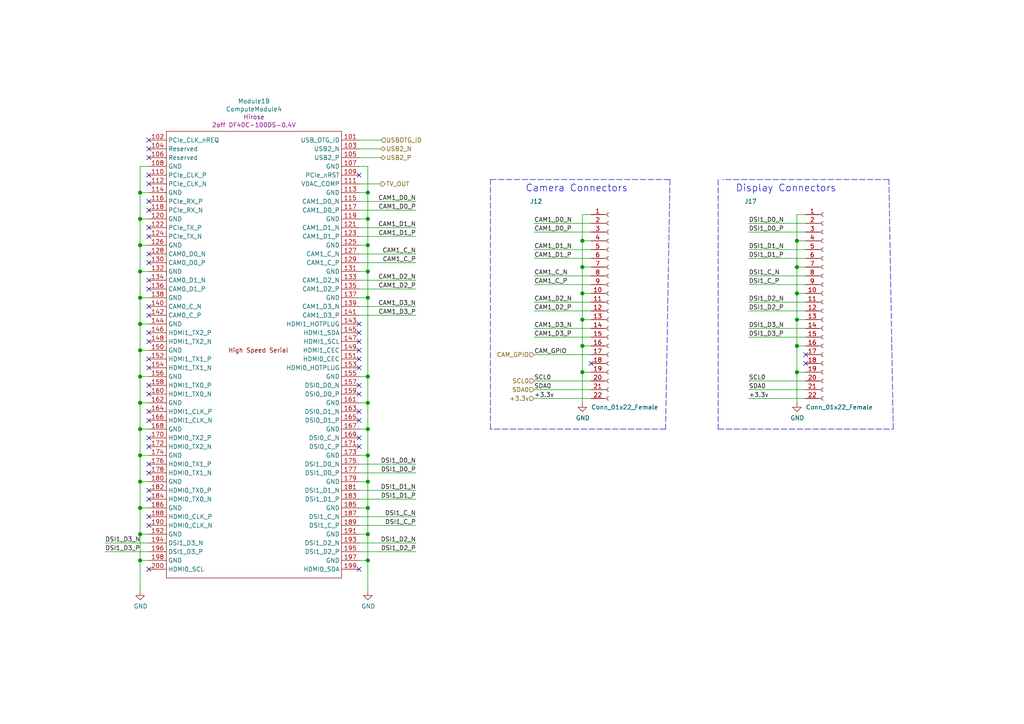
<source format=kicad_sch>
(kicad_sch (version 20250114) (generator "eeschema") (generator_version "9.0")
  (paper "A4")
  (title_block (title "Compute Module 4 - CSU Connections") (rev "1") (company "Team Fire 180DA/DW"))
  (lib_symbols
    (symbol "CM4IO:ComputeModule4-CM4"
      (property "Reference" "Module" (at 113.03 -68.58 0))
      (property "Value" "ComputeModule4-CM4" (at 140.97 2.54 0))
      (property "Field4" "Hirose" (at 0 0 0))
      (property "Field5" "2x DF40C-100DS-0.4V" (at 0 -2.54 0))
      (symbol "ComputeModule4-CM4_1_0"
        (text "GPIO" (at 0 6.35 0) (effects (font (size 1.27 1.27))))
      )
      (symbol "ComputeModule4-CM4_1_1"
        (rectangle (start -30.48 -71.12) (end 25.4 58.42))
        (text "600mA Max" (at -8.89 -48.26 0) (effects (font (size 1.27 1.27))))
        (text "600mA Max" (at -8.89 -53.34 0) (effects (font (size 1.27 1.27))))
        (text "NB SD signals are only available" (at -1.27 -27.94 0) (effects (font (size 1.27 1.27))))
        (text "on modules without eMMC" (at -1.27 -30.48 0) (effects (font (size 1.27 1.27))))
        (pin power_in line (at -33.02 55.88 0) (length 2.54) (name "GND") (number "2"))
        (pin passive line (at -33.02 53.34 0) (length 2.54) (name "Ethernet_Pair1_P") (number "4"))
        (pin passive line (at -33.02 50.8 0) (length 2.54) (name "Ethernet_Pair1_N") (number "6"))
        (pin power_in line (at -33.02 48.26 0) (length 2.54) (name "GND") (number "8"))
        (pin passive line (at -33.02 45.72 0) (length 2.54) (name "Ethernet_Pair0_N") (number "10"))
        (pin passive line (at -33.02 43.18 0) (length 2.54) (name "Ethernet_Pair0_P") (number "12"))
        (pin power_in line (at -33.02 40.64 0) (length 2.54) (name "GND") (number "14"))
        (pin input line (at -33.02 38.1 0) (length 2.54) (name "Ethernet_SYNC_IN(1.8v)") (number "16"))
        (pin input line (at -33.02 35.56 0) (length 2.54) (name "Ethernet_SYNC_OUT(1.8v)") (number "18"))
        (pin passive line (at -33.02 33.02 0) (length 2.54) (name "EEPROM_nWP") (number "20"))
        (pin power_in line (at -33.02 30.48 0) (length 2.54) (name "GND") (number "22"))
        (pin passive line (at -33.02 27.94 0) (length 2.54) (name "GPIO26") (number "24"))
        (pin passive line (at -33.02 25.4 0) (length 2.54) (name "GPIO19") (number "26"))
        (pin passive line (at -33.02 22.86 0) (length 2.54) (name "GPIO13") (number "28"))
        (pin passive line (at -33.02 20.32 0) (length 2.54) (name "GPIO6") (number "30"))
        (pin power_in line (at -33.02 17.78 0) (length 2.54) (name "GND") (number "32"))
        (pin passive line (at -33.02 15.24 0) (length 2.54) (name "GPIO5") (number "34"))
        (pin passive line (at -33.02 12.7 0) (length 2.54) (name "ID_SD") (number "36"))
        (pin passive line (at -33.02 10.16 0) (length 2.54) (name "GPIO11") (number "38"))
        (pin passive line (at -33.02 7.62 0) (length 2.54) (name "GPIO9") (number "40"))
        (pin power_in line (at -33.02 5.08 0) (length 2.54) (name "GND") (number "42"))
        (pin passive line (at -33.02 2.54 0) (length 2.54) (name "GPIO10") (number "44"))
        (pin passive line (at -33.02 0 0) (length 2.54) (name "GPIO22") (number "46"))
        (pin passive line (at -33.02 -2.54 0) (length 2.54) (name "GPIO27") (number "48"))
        (pin passive line (at -33.02 -5.08 0) (length 2.54) (name "GPIO17") (number "50"))
        (pin power_in line (at -33.02 -7.62 0) (length 2.54) (name "GND") (number "52"))
        (pin passive line (at -33.02 -10.16 0) (length 2.54) (name "GPIO4") (number "54"))
        (pin passive line (at -33.02 -12.7 0) (length 2.54) (name "GPIO3") (number "56"))
        (pin passive line (at -33.02 -15.24 0) (length 2.54) (name "GPIO2") (number "58"))
        (pin power_in line (at -33.02 -17.78 0) (length 2.54) (name "GND") (number "60"))
        (pin passive line (at -33.02 -20.32 0) (length 2.54) (name "SD_CMD") (number "62"))
        (pin passive line (at -33.02 -22.86 0) (length 2.54) (name "SD_DAT5") (number "64"))
        (pin power_in line (at -33.02 -25.4 0) (length 2.54) (name "GND") (number "66"))
        (pin passive line (at -33.02 -27.94 0) (length 2.54) (name "SD_DAT4") (number "68"))
        (pin passive line (at -33.02 -30.48 0) (length 2.54) (name "SD_DAT7") (number "70"))
        (pin passive line (at -33.02 -33.02 0) (length 2.54) (name "SD_DAT6") (number "72"))
        (pin power_in line (at -33.02 -35.56 0) (length 2.54) (name "GND") (number "74"))
        (pin passive line (at -33.02 -38.1 0) (length 2.54) (name "Reserved") (number "76"))
        (pin power_in line (at -33.02 -40.64 0) (length 2.54) (name "GPIO_VREF(1.8v/3.3v_Input)") (number "78"))
        (pin passive line (at -33.02 -43.18 0) (length 2.54) (name "SCL0") (number "80"))
        (pin passive line (at -33.02 -45.72 0) (length 2.54) (name "SDA0") (number "82"))
        (pin power_out line (at -33.02 -48.26 0) (length 2.54) (name "+3.3v_(Output)") (number "84"))
        (pin power_out line (at -33.02 -50.8 0) (length 2.54) (name "+3.3v_(Output)") (number "86"))
        (pin power_out line (at -33.02 -53.34 0) (length 2.54) (name "+1.8v_(Output)") (number "88"))
        (pin power_out line (at -33.02 -55.88 0) (length 2.54) (name "+1.8v_(Output)") (number "90"))
        (pin passive line (at -33.02 -58.42 0) (length 2.54) (name "RUN_PG") (number "92"))
        (pin passive line (at -33.02 -60.96 0) (length 2.54) (name "AnalogIP0") (number "94"))
        (pin passive line (at -33.02 -63.5 0) (length 2.54) (name "AnalogIP1") (number "96"))
        (pin power_in line (at -33.02 -66.04 0) (length 2.54) (name "GND") (number "98"))
        (pin output line (at -33.02 -68.58 0) (length 2.54) (name "nEXTRST") (number "100"))
        (pin power_in line (at 27.94 55.88 180) (length 2.54) (name "GND") (number "1"))
        (pin passive line (at 27.94 53.34 180) (length 2.54) (name "Ethernet_Pair3_P") (number "3"))
        (pin passive line (at 27.94 50.8 180) (length 2.54) (name "Ethernet_Pair3_N") (number "5"))
        (pin power_in line (at 27.94 48.26 180) (length 2.54) (name "GND") (number "7"))
        (pin passive line (at 27.94 45.72 180) (length 2.54) (name "Ethernet_Pair2_N") (number "9"))
        (pin passive line (at 27.94 43.18 180) (length 2.54) (name "Ethernet_Pair2_P") (number "11"))
        (pin power_in line (at 27.94 40.64 180) (length 2.54) (name "GND") (number "13"))
        (pin output line (at 27.94 38.1 180) (length 2.54) (name "Ethernet_nLED3(3.3v)") (number "15"))
        (pin output line (at 27.94 35.56 180) (length 2.54) (name "Ethernet_nLED2(3.3v)") (number "17"))
        (pin output line (at 27.94 33.02 180) (length 2.54) (name "Ethernet_nLED1(3.3v)") (number "19"))
        (pin open_collector line (at 27.94 30.48 180) (length 2.54) (name "PI_nLED_Activity") (number "21"))
        (pin power_in line (at 27.94 27.94 180) (length 2.54) (name "GND") (number "23"))
        (pin passive line (at 27.94 25.4 180) (length 2.54) (name "GPIO21") (number "25"))
        (pin passive line (at 27.94 22.86 180) (length 2.54) (name "GPIO20") (number "27"))
        (pin passive line (at 27.94 20.32 180) (length 2.54) (name "GPIO16") (number "29"))
        (pin passive line (at 27.94 17.78 180) (length 2.54) (name "GPIO12") (number "31"))
        (pin power_in line (at 27.94 15.24 180) (length 2.54) (name "GND") (number "33"))
        (pin passive line (at 27.94 12.7 180) (length 2.54) (name "ID_SC") (number "35"))
        (pin passive line (at 27.94 10.16 180) (length 2.54) (name "GPIO7") (number "37"))
        (pin passive line (at 27.94 7.62 180) (length 2.54) (name "GPIO8") (number "39"))
        (pin passive line (at 27.94 5.08 180) (length 2.54) (name "GPIO25") (number "41"))
        (pin power_in line (at 27.94 2.54 180) (length 2.54) (name "GND") (number "43"))
        (pin passive line (at 27.94 0 180) (length 2.54) (name "GPIO24") (number "45"))
        (pin passive line (at 27.94 -2.54 180) (length 2.54) (name "GPIO23") (number "47"))
        (pin passive line (at 27.94 -5.08 180) (length 2.54) (name "GPIO18") (number "49"))
        (pin passive line (at 27.94 -7.62 180) (length 2.54) (name "GPIO15") (number "51"))
        (pin power_in line (at 27.94 -10.16 180) (length 2.54) (name "GND") (number "53"))
        (pin passive line (at 27.94 -12.7 180) (length 2.54) (name "GPIO14") (number "55"))
        (pin passive line (at 27.94 -15.24 180) (length 2.54) (name "SD_CLK") (number "57"))
        (pin power_in line (at 27.94 -17.78 180) (length 2.54) (name "GND") (number "59"))
        (pin passive line (at 27.94 -20.32 180) (length 2.54) (name "SD_DAT3") (number "61"))
        (pin passive line (at 27.94 -22.86 180) (length 2.54) (name "SD_DAT0") (number "63"))
        (pin power_in line (at 27.94 -25.4 180) (length 2.54) (name "GND") (number "65"))
        (pin passive line (at 27.94 -27.94 180) (length 2.54) (name "SD_DAT1") (number "67"))
        (pin passive line (at 27.94 -30.48 180) (length 2.54) (name "SD_DAT2") (number "69"))
        (pin power_in line (at 27.94 -33.02 180) (length 2.54) (name "GND") (number "71"))
        (pin input line (at 27.94 -35.56 180) (length 2.54) (name "SD_VDD_Override") (number "73"))
        (pin output line (at 27.94 -38.1 180) (length 2.54) (name "SD_PWR_ON") (number "75"))
        (pin power_in line (at 27.94 -40.64 180) (length 2.54) (name "+5v_(Input)") (number "77"))
        (pin power_in line (at 27.94 -43.18 180) (length 2.54) (name "+5v_(Input)") (number "79"))
        (pin power_in line (at 27.94 -45.72 180) (length 2.54) (name "+5v_(Input)") (number "81"))
        (pin power_in line (at 27.94 -48.26 180) (length 2.54) (name "+5v_(Input)") (number "83"))
        (pin power_in line (at 27.94 -50.8 180) (length 2.54) (name "+5v_(Input)") (number "85"))
        (pin power_in line (at 27.94 -53.34 180) (length 2.54) (name "+5v_(Input)") (number "87"))
        (pin power_in line (at 27.94 -55.88 180) (length 2.54) (name "WiFi_nDisable") (number "89"))
        (pin power_in line (at 27.94 -58.42 180) (length 2.54) (name "BT_nDisable") (number "91"))
        (pin input line (at 27.94 -60.96 180) (length 2.54) (name "nRPIBOOT") (number "93"))
        (pin output line (at 27.94 -63.5 180) (length 2.54) (name "nPI_LED_PWR") (number "95"))
        (pin passive line (at 27.94 -66.04 180) (length 2.54) (name "Camera_GPIO") (number "97"))
        (pin input line (at 27.94 -68.58 180) (length 2.54) (name "Global_EN") (number "99"))
      )
      (symbol "ComputeModule4-CM4_2_1"
        (rectangle (start 114.3 -66.04) (end 165.1 63.5))
        (text "High Speed Serial" (at 140.97 0 0) (effects (font (size 1.27 1.27))))
        (pin input line (at 109.22 60.96 0) (length 5.08) (name "PCIe_CLK_nREQ") (number "102"))
        (pin passive line (at 109.22 58.42 0) (length 5.08) (name "Reserved") (number "104"))
        (pin passive line (at 109.22 55.88 0) (length 5.08) (name "Reserved") (number "106"))
        (pin power_in line (at 109.22 53.34 0) (length 5.08) (name "GND") (number "108"))
        (pin output line (at 109.22 50.8 0) (length 5.08) (name "PCIe_CLK_P") (number "110"))
        (pin output line (at 109.22 48.26 0) (length 5.08) (name "PCIe_CLK_N") (number "112"))
        (pin power_in line (at 109.22 45.72 0) (length 5.08) (name "GND") (number "114"))
        (pin input line (at 109.22 43.18 0) (length 5.08) (name "PCIe_RX_P") (number "116"))
        (pin input line (at 109.22 40.64 0) (length 5.08) (name "PCIe_RX_N") (number "118"))
        (pin power_in line (at 109.22 38.1 0) (length 5.08) (name "GND") (number "120"))
        (pin output line (at 109.22 35.56 0) (length 5.08) (name "PCIe_TX_P") (number "122"))
        (pin output line (at 109.22 33.02 0) (length 5.08) (name "PCIe_TX_N") (number "124"))
        (pin power_in line (at 109.22 30.48 0) (length 5.08) (name "GND") (number "126"))
        (pin input line (at 109.22 27.94 0) (length 5.08) (name "CAM0_D0_N") (number "128"))
        (pin input line (at 109.22 25.4 0) (length 5.08) (name "CAM0_D0_P") (number "130"))
        (pin power_in line (at 109.22 22.86 0) (length 5.08) (name "GND") (number "132"))
        (pin input line (at 109.22 20.32 0) (length 5.08) (name "CAM0_D1_N") (number "134"))
        (pin input line (at 109.22 17.78 0) (length 5.08) (name "CAM0_D1_P") (number "136"))
        (pin power_in line (at 109.22 15.24 0) (length 5.08) (name "GND") (number "138"))
        (pin input line (at 109.22 12.7 0) (length 5.08) (name "CAM0_C_N") (number "140"))
        (pin input line (at 109.22 10.16 0) (length 5.08) (name "CAM0_C_P") (number "142"))
        (pin power_in line (at 109.22 7.62 0) (length 5.08) (name "GND") (number "144"))
        (pin output line (at 109.22 5.08 0) (length 5.08) (name "HDMI1_TX2_P") (number "146"))
        (pin output line (at 109.22 2.54 0) (length 5.08) (name "HDMI1_TX2_N") (number "148"))
        (pin power_in line (at 109.22 0 0) (length 5.08) (name "GND") (number "150"))
        (pin output line (at 109.22 -2.54 0) (length 5.08) (name "HDMI1_TX1_P") (number "152"))
        (pin output line (at 109.22 -5.08 0) (length 5.08) (name "HDMI1_TX1_N") (number "154"))
        (pin power_in line (at 109.22 -7.62 0) (length 5.08) (name "GND") (number "156"))
        (pin output line (at 109.22 -10.16 0) (length 5.08) (name "HDMI1_TX0_P") (number "158"))
        (pin output line (at 109.22 -12.7 0) (length 5.08) (name "HDMI1_TX0_N") (number "160"))
        (pin power_in line (at 109.22 -15.24 0) (length 5.08) (name "GND") (number "162"))
        (pin output line (at 109.22 -17.78 0) (length 5.08) (name "HDMI1_CLK_P") (number "164"))
        (pin output line (at 109.22 -20.32 0) (length 5.08) (name "HDMI1_CLK_N") (number "166"))
        (pin power_in line (at 109.22 -22.86 0) (length 5.08) (name "GND") (number "168"))
        (pin output line (at 109.22 -25.4 0) (length 5.08) (name "HDMI0_TX2_P") (number "170"))
        (pin output line (at 109.22 -27.94 0) (length 5.08) (name "HDMI0_TX2_N") (number "172"))
        (pin power_in line (at 109.22 -30.48 0) (length 5.08) (name "GND") (number "174"))
        (pin output line (at 109.22 -33.02 0) (length 5.08) (name "HDMI0_TX1_P") (number "176"))
        (pin output line (at 109.22 -35.56 0) (length 5.08) (name "HDMI0_TX1_N") (number "178"))
        (pin power_in line (at 109.22 -38.1 0) (length 5.08) (name "GND") (number "180"))
        (pin output line (at 109.22 -40.64 0) (length 5.08) (name "HDMI0_TX0_P") (number "182"))
        (pin output line (at 109.22 -43.18 0) (length 5.08) (name "HDMI0_TX0_N") (number "184"))
        (pin power_in line (at 109.22 -45.72 0) (length 5.08) (name "GND") (number "186"))
        (pin output line (at 109.22 -48.26 0) (length 5.08) (name "HDMI0_CLK_P") (number "188"))
        (pin output line (at 109.22 -50.8 0) (length 5.08) (name "HDMI0_CLK_N") (number "190"))
        (pin power_in line (at 109.22 -53.34 0) (length 5.08) (name "GND") (number "192"))
        (pin output line (at 109.22 -55.88 0) (length 5.08) (name "DSI1_D3_N") (number "194"))
        (pin output line (at 109.22 -58.42 0) (length 5.08) (name "DSI1_D3_P") (number "196"))
        (pin power_in line (at 109.22 -60.96 0) (length 5.08) (name "GND") (number "198"))
        (pin open_collector line (at 109.22 -63.5 0) (length 5.08) (name "HDMI0_SCL") (number "200"))
        (pin input line (at 170.18 60.96 180) (length 5.08) (name "USB_OTG_ID") (number "101"))
        (pin passive line (at 170.18 58.42 180) (length 5.08) (name "USB2_N") (number "103"))
        (pin passive line (at 170.18 55.88 180) (length 5.08) (name "USB2_P") (number "105"))
        (pin power_in line (at 170.18 53.34 180) (length 5.08) (name "GND") (number "107"))
        (pin bidirectional line (at 170.18 50.8 180) (length 5.08) (name "PCIe_nRST") (number "109"))
        (pin passive line (at 170.18 48.26 180) (length 5.08) (name "VDAC_COMP") (number "111"))
        (pin power_in line (at 170.18 45.72 180) (length 5.08) (name "GND") (number "113"))
        (pin input line (at 170.18 43.18 180) (length 5.08) (name "CAM1_D0_N") (number "115"))
        (pin input line (at 170.18 40.64 180) (length 5.08) (name "CAM1_D0_P") (number "117"))
        (pin power_in line (at 170.18 38.1 180) (length 5.08) (name "GND") (number "119"))
        (pin input line (at 170.18 35.56 180) (length 5.08) (name "CAM1_D1_N") (number "121"))
        (pin input line (at 170.18 33.02 180) (length 5.08) (name "CAM1_D1_P") (number "123"))
        (pin power_in line (at 170.18 30.48 180) (length 5.08) (name "GND") (number "125"))
        (pin input line (at 170.18 27.94 180) (length 5.08) (name "CAM1_C_N") (number "127"))
        (pin input line (at 170.18 25.4 180) (length 5.08) (name "CAM1_C_P") (number "129"))
        (pin power_in line (at 170.18 22.86 180) (length 5.08) (name "GND") (number "131"))
        (pin input line (at 170.18 20.32 180) (length 5.08) (name "CAM1_D2_N") (number "133"))
        (pin input line (at 170.18 17.78 180) (length 5.08) (name "CAM1_D2_P") (number "135"))
        (pin power_in line (at 170.18 15.24 180) (length 5.08) (name "GND") (number "137"))
        (pin input line (at 170.18 12.7 180) (length 5.08) (name "CAM1_D3_N") (number "139"))
        (pin input line (at 170.18 10.16 180) (length 5.08) (name "CAM1_D3_P") (number "141"))
        (pin input line (at 170.18 7.62 180) (length 5.08) (name "HDMI1_HOTPLUG") (number "143"))
        (pin bidirectional line (at 170.18 5.08 180) (length 5.08) (name "HDMI1_SDA") (number "145"))
        (pin open_collector line (at 170.18 2.54 180) (length 5.08) (name "HDMI1_SCL") (number "147"))
        (pin open_collector line (at 170.18 0 180) (length 5.08) (name "HDMI1_CEC") (number "149"))
        (pin open_collector line (at 170.18 -2.54 180) (length 5.08) (name "HDMI0_CEC") (number "151"))
        (pin input line (at 170.18 -5.08 180) (length 5.08) (name "HDMI0_HOTPLUG") (number "153"))
        (pin power_in line (at 170.18 -7.62 180) (length 5.08) (name "GND") (number "155"))
        (pin output line (at 170.18 -10.16 180) (length 5.08) (name "DSI0_D0_N") (number "157"))
        (pin output line (at 170.18 -12.7 180) (length 5.08) (name "DSI0_D0_P") (number "159"))
        (pin power_in line (at 170.18 -15.24 180) (length 5.08) (name "GND") (number "161"))
        (pin output line (at 170.18 -17.78 180) (length 5.08) (name "DSI0_D1_N") (number "163"))
        (pin output line (at 170.18 -20.32 180) (length 5.08) (name "DSI0_D1_P") (number "165"))
        (pin power_in line (at 170.18 -22.86 180) (length 5.08) (name "GND") (number "167"))
        (pin output line (at 170.18 -25.4 180) (length 5.08) (name "DSI0_C_N") (number "169"))
        (pin output line (at 170.18 -27.94 180) (length 5.08) (name "DSI0_C_P") (number "171"))
        (pin power_in line (at 170.18 -30.48 180) (length 5.08) (name "GND") (number "173"))
        (pin output line (at 170.18 -33.02 180) (length 5.08) (name "DSI1_D0_N") (number "175"))
        (pin output line (at 170.18 -35.56 180) (length 5.08) (name "DSI1_D0_P") (number "177"))
        (pin power_in line (at 170.18 -38.1 180) (length 5.08) (name "GND") (number "179"))
        (pin output line (at 170.18 -40.64 180) (length 5.08) (name "DSI1_D1_N") (number "181"))
        (pin output line (at 170.18 -43.18 180) (length 5.08) (name "DSI1_D1_P") (number "183"))
        (pin power_in line (at 170.18 -45.72 180) (length 5.08) (name "GND") (number "185"))
        (pin output line (at 170.18 -48.26 180) (length 5.08) (name "DSI1_C_N") (number "187"))
        (pin output line (at 170.18 -50.8 180) (length 5.08) (name "DSI1_C_P") (number "189"))
        (pin power_in line (at 170.18 -53.34 180) (length 5.08) (name "GND") (number "191"))
        (pin output line (at 170.18 -55.88 180) (length 5.08) (name "DSI1_D2_N") (number "193"))
        (pin output line (at 170.18 -58.42 180) (length 5.08) (name "DSI1_D2_P") (number "195"))
        (pin power_in line (at 170.18 -60.96 180) (length 5.08) (name "GND") (number "197"))
        (pin bidirectional line (at 170.18 -63.5 180) (length 5.08) (name "HDMI0_SDA") (number "199"))
      )
    )
    (symbol "Connector:Conn_01x22_Female" (pin_names (hide yes))
      (property "Reference" "J" (at 0 27.94 0))
      (property "Value" "Conn_01x22_Female" (at 0 -30.48 0))
      (symbol "Conn_01x22_Female_1_1"
        (polyline (pts (xy -1.27 25.4) (xy -0.508 25.4)))
        (polyline (pts (xy -1.27 22.86) (xy -0.508 22.86)))
        (polyline (pts (xy -1.27 20.32) (xy -0.508 20.32)))
        (polyline (pts (xy -1.27 17.78) (xy -0.508 17.78)))
        (polyline (pts (xy -1.27 15.24) (xy -0.508 15.24)))
        (polyline (pts (xy -1.27 12.7) (xy -0.508 12.7)))
        (polyline (pts (xy -1.27 10.16) (xy -0.508 10.16)))
        (polyline (pts (xy -1.27 7.62) (xy -0.508 7.62)))
        (polyline (pts (xy -1.27 5.08) (xy -0.508 5.08)))
        (polyline (pts (xy -1.27 2.54) (xy -0.508 2.54)))
        (polyline (pts (xy -1.27 0) (xy -0.508 0)))
        (polyline (pts (xy -1.27 -2.54) (xy -0.508 -2.54)))
        (polyline (pts (xy -1.27 -5.08) (xy -0.508 -5.08)))
        (polyline (pts (xy -1.27 -7.62) (xy -0.508 -7.62)))
        (polyline (pts (xy -1.27 -10.16) (xy -0.508 -10.16)))
        (polyline (pts (xy -1.27 -12.7) (xy -0.508 -12.7)))
        (polyline (pts (xy -1.27 -15.24) (xy -0.508 -15.24)))
        (polyline (pts (xy -1.27 -17.78) (xy -0.508 -17.78)))
        (polyline (pts (xy -1.27 -20.32) (xy -0.508 -20.32)))
        (polyline (pts (xy -1.27 -22.86) (xy -0.508 -22.86)))
        (polyline (pts (xy -1.27 -25.4) (xy -0.508 -25.4)))
        (polyline (pts (xy -1.27 -27.94) (xy -0.508 -27.94)))
        (arc (start 0 24.892) (mid -0.5058 25.4) (end 0 25.908))
        (arc (start 0 22.352) (mid -0.5058 22.86) (end 0 23.368))
        (arc (start 0 19.812) (mid -0.5058 20.32) (end 0 20.828))
        (arc (start 0 17.272) (mid -0.5058 17.78) (end 0 18.288))
        (arc (start 0 14.732) (mid -0.5058 15.24) (end 0 15.748))
        (arc (start 0 12.192) (mid -0.5058 12.7) (end 0 13.208))
        (arc (start 0 9.652) (mid -0.5058 10.16) (end 0 10.668))
        (arc (start 0 7.112) (mid -0.5058 7.62) (end 0 8.128))
        (arc (start 0 4.572) (mid -0.5058 5.08) (end 0 5.588))
        (arc (start 0 2.032) (mid -0.5058 2.54) (end 0 3.048))
        (arc (start 0 -0.508) (mid -0.5058 0) (end 0 0.508))
        (arc (start 0 -3.048) (mid -0.5058 -2.54) (end 0 -2.032))
        (arc (start 0 -5.588) (mid -0.5058 -5.08) (end 0 -4.572))
        (arc (start 0 -8.128) (mid -0.5058 -7.62) (end 0 -7.112))
        (arc (start 0 -10.668) (mid -0.5058 -10.16) (end 0 -9.652))
        (arc (start 0 -13.208) (mid -0.5058 -12.7) (end 0 -12.192))
        (arc (start 0 -15.748) (mid -0.5058 -15.24) (end 0 -14.732))
        (arc (start 0 -18.288) (mid -0.5058 -17.78) (end 0 -17.272))
        (arc (start 0 -20.828) (mid -0.5058 -20.32) (end 0 -19.812))
        (arc (start 0 -23.368) (mid -0.5058 -22.86) (end 0 -22.352))
        (arc (start 0 -25.908) (mid -0.5058 -25.4) (end 0 -24.892))
        (arc (start 0 -28.448) (mid -0.5058 -27.94) (end 0 -27.432))
        (pin passive line (at -5.08 25.4 0) (length 3.81) (name "Pin_1") (number "1"))
        (pin passive line (at -5.08 22.86 0) (length 3.81) (name "Pin_2") (number "2"))
        (pin passive line (at -5.08 20.32 0) (length 3.81) (name "Pin_3") (number "3"))
        (pin passive line (at -5.08 17.78 0) (length 3.81) (name "Pin_4") (number "4"))
        (pin passive line (at -5.08 15.24 0) (length 3.81) (name "Pin_5") (number "5"))
        (pin passive line (at -5.08 12.7 0) (length 3.81) (name "Pin_6") (number "6"))
        (pin passive line (at -5.08 10.16 0) (length 3.81) (name "Pin_7") (number "7"))
        (pin passive line (at -5.08 7.62 0) (length 3.81) (name "Pin_8") (number "8"))
        (pin passive line (at -5.08 5.08 0) (length 3.81) (name "Pin_9") (number "9"))
        (pin passive line (at -5.08 2.54 0) (length 3.81) (name "Pin_10") (number "10"))
        (pin passive line (at -5.08 0 0) (length 3.81) (name "Pin_11") (number "11"))
        (pin passive line (at -5.08 -2.54 0) (length 3.81) (name "Pin_12") (number "12"))
        (pin passive line (at -5.08 -5.08 0) (length 3.81) (name "Pin_13") (number "13"))
        (pin passive line (at -5.08 -7.62 0) (length 3.81) (name "Pin_14") (number "14"))
        (pin passive line (at -5.08 -10.16 0) (length 3.81) (name "Pin_15") (number "15"))
        (pin passive line (at -5.08 -12.7 0) (length 3.81) (name "Pin_16") (number "16"))
        (pin passive line (at -5.08 -15.24 0) (length 3.81) (name "Pin_17") (number "17"))
        (pin passive line (at -5.08 -17.78 0) (length 3.81) (name "Pin_18") (number "18"))
        (pin passive line (at -5.08 -20.32 0) (length 3.81) (name "Pin_19") (number "19"))
        (pin passive line (at -5.08 -22.86 0) (length 3.81) (name "Pin_20") (number "20"))
        (pin passive line (at -5.08 -25.4 0) (length 3.81) (name "Pin_21") (number "21"))
        (pin passive line (at -5.08 -27.94 0) (length 3.81) (name "Pin_22") (number "22"))
      )
    )
    (symbol "power:GND" (power) (pin_names (offset 0))
      (property "Value" "GND" (at 0 -3.81 0))
      (symbol "GND_0_1"
        (polyline (pts (xy 0 0) (xy 0 -1.27) (xy 1.27 -1.27) (xy 0 -2.54) (xy -1.27 -1.27) (xy 0 -1.27)))
      )
      (symbol "GND_1_1"
        (pin power_in line (at 0 0 270) (length 0) (hide yes) (name "GND") (number "1"))
      )
    )
  )
  (text "Camera Connectors" (at 152.4 55.88 0) (effects (font (size 2.0066 2.0066)) (justify left bottom)))
  (text "Display Connectors" (at 213.36 55.88 0) (effects (font (size 2.0066 2.0066)) (justify left bottom)))
  (junction (at 231.14 107.95) (diameter 1.016))
  (junction (at 106.68 124.46) (diameter 1.016))
  (junction (at 106.68 71.12) (diameter 1.016))
  (junction (at 106.68 63.5) (diameter 1.016))
  (junction (at 40.64 86.36) (diameter 1.016))
  (junction (at 106.68 154.94) (diameter 1.016))
  (junction (at 40.64 71.12) (diameter 1.016))
  (junction (at 40.64 124.46) (diameter 1.016))
  (junction (at 106.68 55.88) (diameter 1.016))
  (junction (at 40.64 63.5) (diameter 1.016))
  (junction (at 231.14 69.85) (diameter 1.016))
  (junction (at 106.68 147.32) (diameter 1.016))
  (junction (at 40.64 154.94) (diameter 1.016))
  (junction (at 168.91 92.71) (diameter 1.016))
  (junction (at 231.14 85.09) (diameter 1.016))
  (junction (at 168.91 100.33) (diameter 1.016))
  (junction (at 231.14 100.33) (diameter 1.016))
  (junction (at 106.68 78.74) (diameter 1.016))
  (junction (at 40.64 101.6) (diameter 1.016))
  (junction (at 106.68 162.56) (diameter 1.016))
  (junction (at 40.64 132.08) (diameter 1.016))
  (junction (at 168.91 77.47) (diameter 1.016))
  (junction (at 106.68 116.84) (diameter 1.016))
  (junction (at 231.14 77.47) (diameter 1.016))
  (junction (at 168.91 69.85) (diameter 1.016))
  (junction (at 40.64 162.56) (diameter 1.016))
  (junction (at 231.14 92.71) (diameter 1.016))
  (junction (at 106.68 132.08) (diameter 1.016))
  (junction (at 40.64 78.74) (diameter 1.016))
  (junction (at 40.64 139.7) (diameter 1.016))
  (junction (at 40.64 147.32) (diameter 1.016))
  (junction (at 106.68 109.22) (diameter 1.016))
  (junction (at 40.64 55.88) (diameter 1.016))
  (junction (at 106.68 86.36) (diameter 1.016))
  (junction (at 40.64 93.98) (diameter 1.016))
  (junction (at 40.64 116.84) (diameter 1.016))
  (junction (at 40.64 109.22) (diameter 1.016))
  (junction (at 106.68 139.7) (diameter 1.016))
  (junction (at 168.91 107.95) (diameter 1.016))
  (junction (at 168.91 85.09) (diameter 1.016))
  (no_connect (at 104.14 114.3))
  (no_connect (at 43.18 152.4))
  (no_connect (at 104.14 99.06))
  (no_connect (at 43.18 114.3))
  (no_connect (at 104.14 119.38))
  (no_connect (at 43.18 91.44))
  (no_connect (at 43.18 83.82))
  (no_connect (at 104.14 111.76))
  (no_connect (at 43.18 127))
  (no_connect (at 43.18 111.76))
  (no_connect (at 233.68 105.41))
  (no_connect (at 43.18 142.24))
  (no_connect (at 104.14 165.1))
  (no_connect (at 43.18 45.72))
  (no_connect (at 43.18 40.64))
  (no_connect (at 43.18 68.58))
  (no_connect (at 43.18 137.16))
  (no_connect (at 43.18 66.04))
  (no_connect (at 43.18 99.06))
  (no_connect (at 43.18 129.54))
  (no_connect (at 104.14 93.98))
  (no_connect (at 43.18 76.2))
  (no_connect (at 43.18 149.86))
  (no_connect (at 104.14 127))
  (no_connect (at 104.14 121.92))
  (no_connect (at 43.18 58.42))
  (no_connect (at 233.68 102.87))
  (no_connect (at 43.18 104.14))
  (no_connect (at 43.18 106.68))
  (no_connect (at 43.18 134.62))
  (no_connect (at 104.14 106.68))
  (no_connect (at 43.18 119.38))
  (no_connect (at 171.45 105.41))
  (no_connect (at 104.14 50.8))
  (no_connect (at 43.18 73.66))
  (no_connect (at 43.18 121.92))
  (no_connect (at 43.18 81.28))
  (no_connect (at 43.18 96.52))
  (no_connect (at 104.14 96.52))
  (no_connect (at 43.18 43.18))
  (no_connect (at 43.18 165.1))
  (no_connect (at 104.14 101.6))
  (no_connect (at 43.18 88.9))
  (no_connect (at 43.18 144.78))
  (no_connect (at 43.18 50.8))
  (no_connect (at 43.18 60.96))
  (no_connect (at 43.18 53.34))
  (no_connect (at 104.14 104.14))
  (no_connect (at 104.14 129.54))
  (wire (pts (xy 104.14 55.88) (xy 106.68 55.88)))
  (wire (pts (xy 40.64 93.98) (xy 40.64 101.6)))
  (wire (pts (xy 231.14 69.85) (xy 231.14 77.47)))
  (wire (pts (xy 233.68 115.57) (xy 217.17 115.57)))
  (wire (pts (xy 40.64 55.88) (xy 43.18 55.88)))
  (wire (pts (xy 104.14 76.2) (xy 120.65 76.2)))
  (wire (pts (xy 106.68 55.88) (xy 106.68 48.26)))
  (wire (pts (xy 120.65 88.9) (xy 104.14 88.9)))
  (wire (pts (xy 104.14 43.18) (xy 110.49 43.18)))
  (wire (pts (xy 168.91 77.47) (xy 168.91 85.09)))
  (wire (pts (xy 104.14 162.56) (xy 106.68 162.56)))
  (wire (pts (xy 217.17 67.31) (xy 233.68 67.31)))
  (wire (pts (xy 104.14 157.48) (xy 120.65 157.48)))
  (wire (pts (xy 106.68 78.74) (xy 106.68 71.12)))
  (wire (pts (xy 104.14 160.02) (xy 120.65 160.02)))
  (wire (pts (xy 217.17 74.93) (xy 233.68 74.93)))
  (wire (pts (xy 233.68 62.23) (xy 231.14 62.23)))
  (wire (pts (xy 40.64 154.94) (xy 40.64 162.56)))
  (wire (pts (xy 40.64 139.7) (xy 40.64 147.32)))
  (wire (pts (xy 231.14 77.47) (xy 233.68 77.47)))
  (wire (pts (xy 40.64 116.84) (xy 43.18 116.84)))
  (wire (pts (xy 231.14 107.95) (xy 231.14 116.84)))
  (wire (pts (xy 154.94 72.39) (xy 171.45 72.39)))
  (wire (pts (xy 217.17 87.63) (xy 233.68 87.63)))
  (wire (pts (xy 154.94 82.55) (xy 171.45 82.55)))
  (wire (pts (xy 106.68 86.36) (xy 106.68 109.22)))
  (wire (pts (xy 231.14 92.71) (xy 231.14 100.33)))
  (wire (pts (xy 40.64 162.56) (xy 40.64 171.45)))
  (wire (pts (xy 30.48 157.48) (xy 43.18 157.48)))
  (wire (pts (xy 40.64 124.46) (xy 43.18 124.46)))
  (wire (pts (xy 40.64 71.12) (xy 43.18 71.12)))
  (wire (pts (xy 40.64 101.6) (xy 43.18 101.6)))
  (wire (pts (xy 154.94 90.17) (xy 171.45 90.17)))
  (polyline (pts (xy 259.08 124.46) (xy 257.81 52.07)) (stroke (width 0) (type dash)))
  (wire (pts (xy 233.68 110.49) (xy 217.17 110.49)))
  (wire (pts (xy 40.64 124.46) (xy 40.64 132.08)))
  (wire (pts (xy 43.18 162.56) (xy 40.64 162.56)))
  (wire (pts (xy 104.14 116.84) (xy 106.68 116.84)))
  (wire (pts (xy 231.14 85.09) (xy 231.14 92.71)))
  (wire (pts (xy 120.65 91.44) (xy 104.14 91.44)))
  (wire (pts (xy 231.14 100.33) (xy 231.14 107.95)))
  (wire (pts (xy 106.68 124.46) (xy 106.68 132.08)))
  (wire (pts (xy 168.91 77.47) (xy 171.45 77.47)))
  (polyline (pts (xy 208.28 124.46) (xy 259.08 124.46)) (stroke (width 0) (type dash)))
  (wire (pts (xy 106.68 71.12) (xy 106.68 63.5)))
  (wire (pts (xy 171.45 62.23) (xy 168.91 62.23)))
  (wire (pts (xy 120.65 66.04) (xy 104.14 66.04)))
  (wire (pts (xy 168.91 107.95) (xy 168.91 116.84)))
  (wire (pts (xy 40.64 147.32) (xy 40.64 154.94)))
  (wire (pts (xy 106.68 63.5) (xy 106.68 55.88)))
  (wire (pts (xy 231.14 77.47) (xy 231.14 85.09)))
  (polyline (pts (xy 193.04 124.46) (xy 142.24 124.46)) (stroke (width 0) (type dash)))
  (wire (pts (xy 217.17 80.01) (xy 233.68 80.01)))
  (polyline (pts (xy 142.24 124.46) (xy 142.24 52.07)) (stroke (width 0) (type dash)))
  (wire (pts (xy 40.64 109.22) (xy 40.64 116.84)))
  (wire (pts (xy 104.14 147.32) (xy 106.68 147.32)))
  (polyline (pts (xy 142.24 52.07) (xy 194.31 52.07)) (stroke (width 0) (type dash)))
  (polyline (pts (xy 257.81 52.07) (xy 209.55 52.07)) (stroke (width 0) (type dash)))
  (wire (pts (xy 120.65 144.78) (xy 104.14 144.78)))
  (wire (pts (xy 40.64 63.5) (xy 40.64 71.12)))
  (wire (pts (xy 104.14 132.08) (xy 106.68 132.08)))
  (wire (pts (xy 104.14 83.82) (xy 120.65 83.82)))
  (wire (pts (xy 120.65 60.96) (xy 104.14 60.96)))
  (wire (pts (xy 168.91 69.85) (xy 171.45 69.85)))
  (wire (pts (xy 40.64 139.7) (xy 43.18 139.7)))
  (wire (pts (xy 231.14 85.09) (xy 233.68 85.09)))
  (wire (pts (xy 104.14 73.66) (xy 120.65 73.66)))
  (wire (pts (xy 40.64 132.08) (xy 43.18 132.08)))
  (wire (pts (xy 104.14 71.12) (xy 106.68 71.12)))
  (wire (pts (xy 104.14 109.22) (xy 106.68 109.22)))
  (wire (pts (xy 40.64 109.22) (xy 43.18 109.22)))
  (polyline (pts (xy 208.28 52.07) (xy 208.28 124.46)) (stroke (width 0) (type dash)))
  (wire (pts (xy 168.91 100.33) (xy 168.91 107.95)))
  (wire (pts (xy 40.64 78.74) (xy 40.64 86.36)))
  (wire (pts (xy 104.14 124.46) (xy 106.68 124.46)))
  (wire (pts (xy 168.91 107.95) (xy 171.45 107.95)))
  (wire (pts (xy 106.68 48.26) (xy 104.14 48.26)))
  (wire (pts (xy 168.91 69.85) (xy 168.91 77.47)))
  (wire (pts (xy 106.68 162.56) (xy 106.68 171.45)))
  (wire (pts (xy 120.65 58.42) (xy 104.14 58.42)))
  (wire (pts (xy 106.68 116.84) (xy 106.68 124.46)))
  (wire (pts (xy 231.14 62.23) (xy 231.14 69.85)))
  (wire (pts (xy 40.64 132.08) (xy 40.64 139.7)))
  (wire (pts (xy 104.14 152.4) (xy 120.65 152.4)))
  (wire (pts (xy 120.65 134.62) (xy 104.14 134.62)))
  (wire (pts (xy 40.64 71.12) (xy 40.64 78.74)))
  (wire (pts (xy 106.68 147.32) (xy 106.68 154.94)))
  (wire (pts (xy 120.65 68.58) (xy 104.14 68.58)))
  (wire (pts (xy 40.64 55.88) (xy 40.64 63.5)))
  (wire (pts (xy 217.17 97.79) (xy 233.68 97.79)))
  (wire (pts (xy 106.68 139.7) (xy 106.68 147.32)))
  (wire (pts (xy 104.14 139.7) (xy 106.68 139.7)))
  (polyline (pts (xy 194.31 52.07) (xy 193.04 124.46)) (stroke (width 0) (type dash)))
  (wire (pts (xy 43.18 48.26) (xy 40.64 48.26)))
  (wire (pts (xy 40.64 101.6) (xy 40.64 109.22)))
  (wire (pts (xy 104.14 78.74) (xy 106.68 78.74)))
  (wire (pts (xy 154.94 64.77) (xy 171.45 64.77)))
  (wire (pts (xy 168.91 85.09) (xy 168.91 92.71)))
  (wire (pts (xy 40.64 86.36) (xy 40.64 93.98)))
  (wire (pts (xy 104.14 154.94) (xy 106.68 154.94)))
  (wire (pts (xy 104.14 45.72) (xy 110.49 45.72)))
  (wire (pts (xy 217.17 90.17) (xy 233.68 90.17)))
  (wire (pts (xy 40.64 116.84) (xy 40.64 124.46)))
  (wire (pts (xy 217.17 95.25) (xy 233.68 95.25)))
  (wire (pts (xy 43.18 154.94) (xy 40.64 154.94)))
  (wire (pts (xy 171.45 115.57) (xy 154.94 115.57)))
  (wire (pts (xy 168.91 100.33) (xy 171.45 100.33)))
  (wire (pts (xy 231.14 92.71) (xy 233.68 92.71)))
  (wire (pts (xy 40.64 86.36) (xy 43.18 86.36)))
  (wire (pts (xy 217.17 72.39) (xy 233.68 72.39)))
  (wire (pts (xy 217.17 64.77) (xy 233.68 64.77)))
  (wire (pts (xy 154.94 74.93) (xy 171.45 74.93)))
  (wire (pts (xy 231.14 107.95) (xy 233.68 107.95)))
  (wire (pts (xy 104.14 86.36) (xy 106.68 86.36)))
  (wire (pts (xy 154.94 95.25) (xy 171.45 95.25)))
  (wire (pts (xy 154.94 87.63) (xy 171.45 87.63)))
  (wire (pts (xy 104.14 149.86) (xy 120.65 149.86)))
  (wire (pts (xy 106.68 132.08) (xy 106.68 139.7)))
  (wire (pts (xy 168.91 92.71) (xy 171.45 92.71)))
  (wire (pts (xy 120.65 142.24) (xy 104.14 142.24)))
  (wire (pts (xy 154.94 102.87) (xy 171.45 102.87)))
  (wire (pts (xy 106.68 154.94) (xy 106.68 162.56)))
  (wire (pts (xy 171.45 110.49) (xy 154.94 110.49)))
  (wire (pts (xy 168.91 62.23) (xy 168.91 69.85)))
  (wire (pts (xy 106.68 109.22) (xy 106.68 116.84)))
  (wire (pts (xy 104.14 81.28) (xy 120.65 81.28)))
  (wire (pts (xy 154.94 97.79) (xy 171.45 97.79)))
  (wire (pts (xy 40.64 78.74) (xy 43.18 78.74)))
  (wire (pts (xy 231.14 69.85) (xy 233.68 69.85)))
  (wire (pts (xy 40.64 147.32) (xy 43.18 147.32)))
  (wire (pts (xy 106.68 86.36) (xy 106.68 78.74)))
  (wire (pts (xy 30.48 160.02) (xy 43.18 160.02)))
  (wire (pts (xy 40.64 48.26) (xy 40.64 55.88)))
  (wire (pts (xy 168.91 92.71) (xy 168.91 100.33)))
  (wire (pts (xy 231.14 100.33) (xy 233.68 100.33)))
  (wire (pts (xy 40.64 93.98) (xy 43.18 93.98)))
  (wire (pts (xy 40.64 63.5) (xy 43.18 63.5)))
  (wire (pts (xy 154.94 80.01) (xy 171.45 80.01)))
  (wire (pts (xy 110.49 40.64) (xy 104.14 40.64)))
  (wire (pts (xy 154.94 67.31) (xy 171.45 67.31)))
  (wire (pts (xy 104.14 63.5) (xy 106.68 63.5)))
  (wire (pts (xy 171.45 113.03) (xy 154.94 113.03)))
  (wire (pts (xy 217.17 82.55) (xy 233.68 82.55)))
  (wire (pts (xy 168.91 85.09) (xy 171.45 85.09)))
  (wire (pts (xy 233.68 113.03) (xy 217.17 113.03)))
  (wire (pts (xy 104.14 53.34) (xy 110.49 53.34)))
  (wire (pts (xy 120.65 137.16) (xy 104.14 137.16)))
  (label "SCL0" (at 217.17 110.49 0))
  (label "CAM1_D2_P" (at 120.65 83.82 180))
  (label "SDA0" (at 217.17 113.03 0))
  (label "DSI1_D0_P" (at 120.65 137.16 180))
  (label "CAM1_D2_N" (at 120.65 81.28 180))
  (label "+3.3v" (at 154.94 115.57 0))
  (label "CAM1_C_N" (at 154.94 80.01 0))
  (label "CAM1_D3_N" (at 120.65 88.9 180))
  (label "DSI1_D0_N" (at 217.17 64.77 0))
  (label "CAM_GPIO" (at 154.94 102.87 0))
  (label "CAM1_D2_P" (at 154.94 90.17 0))
  (label "DSI1_C_P" (at 120.65 152.4 180))
  (label "DSI1_D1_N" (at 120.65 142.24 180))
  (label "CAM1_C_N" (at 120.65 73.66 180))
  (label "CAM1_C_P" (at 154.94 82.55 0))
  (label "CAM1_D0_P" (at 120.65 60.96 180))
  (label "DSI1_D2_P" (at 217.17 90.17 0))
  (label "DSI1_C_N" (at 120.65 149.86 180))
  (label "DSI1_D1_N" (at 217.17 72.39 0))
  (label "DSI1_D2_N" (at 120.65 157.48 180))
  (label "DSI1_D1_P" (at 217.17 74.93 0))
  (label "CAM1_D3_N" (at 154.94 95.25 0))
  (label "CAM1_D2_N" (at 154.94 87.63 0))
  (label "CAM1_D0_N" (at 154.94 64.77 0))
  (label "DSI1_D2_N" (at 217.17 87.63 0))
  (label "DSI1_D3_N" (at 217.17 95.25 0))
  (label "+3.3v" (at 217.17 115.57 0))
  (label "DSI1_D1_P" (at 120.65 144.78 180))
  (label "CAM1_D3_P" (at 154.94 97.79 0))
  (label "CAM1_D1_P" (at 120.65 68.58 180))
  (label "DSI1_D3_N" (at 30.48 157.48 0))
  (label "DSI1_D0_N" (at 120.65 134.62 180))
  (label "SCL0" (at 154.94 110.49 0))
  (label "SDA0" (at 154.94 113.03 0))
  (label "CAM1_D1_P" (at 154.94 74.93 0))
  (label "CAM1_D3_P" (at 120.65 91.44 180))
  (label "CAM1_C_P" (at 120.65 76.2 180))
  (label "CAM1_D0_N" (at 120.65 58.42 180))
  (label "DSI1_D3_P" (at 30.48 160.02 0))
  (label "CAM1_D1_N" (at 154.94 72.39 0))
  (label "DSI1_C_N" (at 217.17 80.01 0))
  (label "CAM1_D0_P" (at 154.94 67.31 0))
  (label "CAM1_D1_N" (at 120.65 66.04 180))
  (label "DSI1_D0_P" (at 217.17 67.31 0))
  (label "DSI1_C_P" (at 217.17 82.55 0))
  (label "DSI1_D2_P" (at 120.65 160.02 180))
  (label "DSI1_D3_P" (at 217.17 97.79 0))
  (hierarchical_label "TV_OUT" (shape output) (at 110.49 53.34 0))
  (hierarchical_label "CAM_GPIO" (shape input) (at 154.94 102.87 180))
  (hierarchical_label "SDA0" (shape input) (at 154.94 113.03 180))
  (hierarchical_label "USBOTG_ID" (shape input) (at 110.49 40.64 0))
  (hierarchical_label "+3.3v" (shape input) (at 154.94 115.57 180))
  (hierarchical_label "USB2_P" (shape bidirectional) (at 110.49 45.72 0))
  (hierarchical_label "SCL0" (shape input) (at 154.94 110.49 180))
  (hierarchical_label "USB2_N" (shape bidirectional) (at 110.49 43.18 0))
  (symbol (lib_id "power:GND") (at 106.68 171.45 0) (unit 1)
    (property "Reference" "#PWR0130" (effects (hide yes)))
    (property "Value" "GND" (at 106.807 175.8442 0))
  )
  (symbol (lib_id "power:GND") (at 40.64 171.45 0) (unit 1)
    (property "Reference" "#PWR0131" (effects (hide yes)))
    (property "Value" "GND" (at 40.767 175.8442 0))
  )
  (symbol (lib_id "power:GND") (at 168.91 116.84 0) (unit 1)
    (property "Reference" "#PWR0134" (effects (hide yes)))
    (property "Value" "GND" (at 169.037 121.2342 0))
  )
  (symbol (lib_id "power:GND") (at 231.14 116.84 0) (unit 1)
    (property "Reference" "#PWR0135" (effects (hide yes)))
    (property "Value" "GND" (at 231.267 121.2342 0))
  )
  (symbol (lib_id "CM4IO:ComputeModule4-CM4") (at -66.04 101.6 0) (unit 2)
    (property "Reference" "Module1" (at 73.66 29.337 0))
    (property "Value" "ComputeModule4" (at 73.66 31.6484 0))
    (property "Footprint" "CM4IO:Raspberry-Pi-4-Compute-Module" (effects (hide yes)))
    (property "Field4" "Hirose" (at 73.66 33.9344 0))
    (property "Field5" "2off DF40C-100DS-0.4V" (at 73.66 36.2458 0))
    (property "Field6" "2off DF40C-100DS-0.4V" (effects (hide yes)))
    (property "Field7" "Hirose" (effects (hide yes)))
    (property "Part Description" "	100 Position Connector Receptacle, Center Strip Contacts Surface Mount Gold" (effects (hide yes)))
  )
  (symbol (lib_id "Connector:Conn_01x22_Female") (at 238.76 87.63 0) (unit 1)
    (property "Reference" "J17" (at 215.9 58.42 0) (effects (justify left)))
    (property "Value" "Conn_01x22_Female" (at 233.68 118.11 0) (effects (justify left)))
    (property "Footprint" "CM4IO:Hirose_FH12-22S-0.5SH_1x22-1MP_P0.50mm_Horizontal" (effects (hide yes)))
    (property "Datasheet" "https://www.hirose.com/product/document?clcode=&productname=&series=FH12&documenttype=Catalog&lang=en&documentid=D31648_en" (effects (hide yes)))
    (property "Field4" "Mouser" (effects (hide yes)))
    (property "Field5" "798-FH12-22S-0.5SH55" (effects (hide yes)))
    (property "Field6" "FH12-22S-0.5SH55" (effects (hide yes)))
    (property "Field7" "Hirose" (effects (hide yes)))
    (property "Part Description" "22 Position FFC, FPC Connector Contacts, Bottom 0.020\" (0.50mm) Surface Mount, Right Angle" (effects (hide yes)))
  )
  (symbol (lib_id "Connector:Conn_01x22_Female") (at 176.53 87.63 0) (unit 1)
    (property "Reference" "J12" (at 153.67 58.42 0) (effects (justify left)))
    (property "Value" "Conn_01x22_Female" (at 171.45 118.11 0) (effects (justify left)))
    (property "Footprint" "CM4IO:Hirose_FH12-22S-0.5SH_1x22-1MP_P0.50mm_Horizontal" (effects (hide yes)))
    (property "Datasheet" "https://www.hirose.com/product/document?clcode=&productname=&series=FH12&documenttype=Catalog&lang=en&documentid=D31648_en" (effects (hide yes)))
    (property "Field4" "Mouser" (effects (hide yes)))
    (property "Field5" "798-FH12-22S-0.5SH55" (effects (hide yes)))
    (property "Field6" "FH12-22S-0.5SH55" (effects (hide yes)))
    (property "Field7" "Hirose" (effects (hide yes)))
    (property "Part Description" "22 Position FFC, FPC Connector Contacts, Bottom 0.020\" (0.50mm) Surface Mount, Right Angle" (effects (hide yes)))
  )
)
</source>
